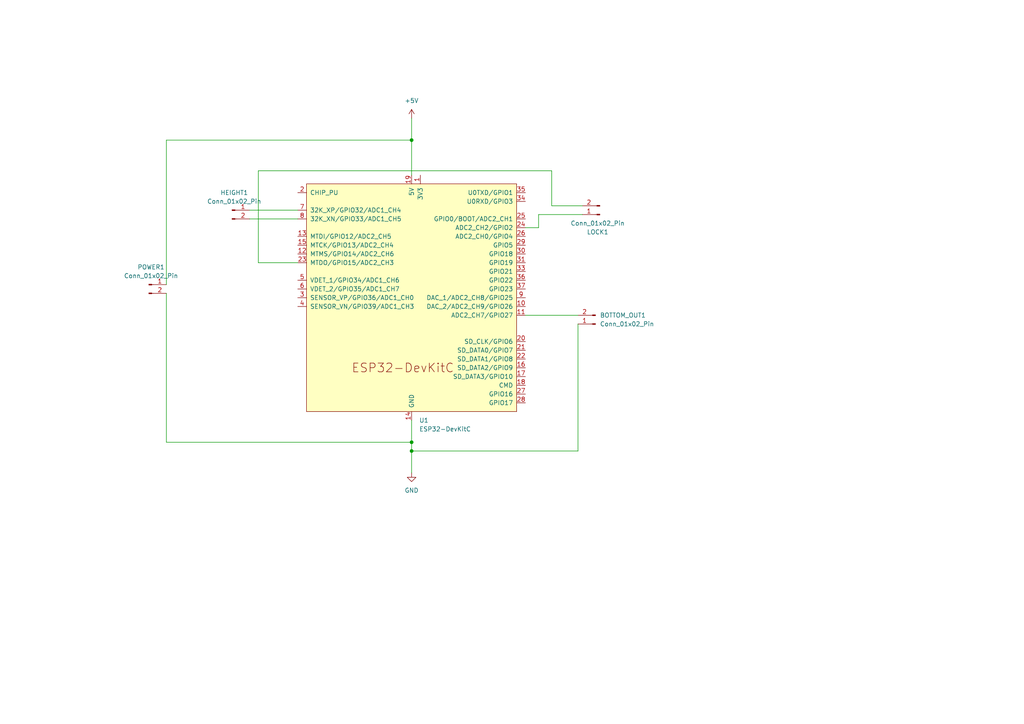
<source format=kicad_sch>
(kicad_sch (version 20230121) (generator eeschema)
  (paper "A4")
  (lib_symbols
    (symbol "Connector:Conn_01x02_Pin" (pin_names (offset 1.016) hide)
      (property "Reference" "J" (at 0 2.54 0))
      (property "Value" "Conn_01x02_Pin" (at 0 -5.08 0))
      (symbol "Conn_01x02_Pin_1_1"
        (polyline (pts (xy 1.27 -2.54) (xy 0.8636 -2.54)) (stroke (width 0.1524)))
        (polyline (pts (xy 1.27 0) (xy 0.8636 0)) (stroke (width 0.1524)))
        (rectangle (start 0.8636 -2.413) (end 0 -2.667) (stroke (width 0.1524)) (fill (type outline)))
        (rectangle (start 0.8636 0.127) (end 0 -0.127) (stroke (width 0.1524)) (fill (type outline)))
        (pin passive line (at 5.08 0 180) (length 3.81) (name "Pin_1") (number "1"))
        (pin passive line (at 5.08 -2.54 180) (length 3.81) (name "Pin_2") (number "2"))
      )
    )
    (symbol "PCM_Espressif:ESP32-DevKitC" (pin_names (offset 1.016))
      (property "Reference" "U" (at -30.48 38.1 0))
      (property "Value" "ESP32-DevKitC" (at -30.48 35.56 0))
      (symbol "ESP32-DevKitC_0_0"
        (text "ESP32-DevKitC" (at -2.54 -20.32 0) (effects (font (size 2.54 2.54))))
        (pin power_in line (at 0 -35.56 90) (length 2.54) (name "GND") (number "14"))
        (pin power_in line (at 0 35.56 270) (length 2.54) (name "5V") (number "19"))
      )
      (symbol "ESP32-DevKitC_0_1"
        (rectangle (start -30.48 33.02) (end 30.48 -33.02) (fill (type background)))
      )
      (symbol "ESP32-DevKitC_1_1"
        (pin power_in line (at 2.54 35.56 270) (length 2.54) (name "3V3") (number "1"))
        (pin bidirectional line (at 33.02 -2.54 180) (length 2.54) (name "DAC_2/ADC2_CH9/GPIO26") (number "10"))
        (pin bidirectional line (at 33.02 -5.08 180) (length 2.54) (name "ADC2_CH7/GPIO27") (number "11"))
        (pin bidirectional line (at -33.02 12.7 0) (length 2.54) (name "MTMS/GPIO14/ADC2_CH6") (number "12"))
        (pin bidirectional line (at -33.02 17.78 0) (length 2.54) (name "MTDI/GPIO12/ADC2_CH5") (number "13"))
        (pin bidirectional line (at -33.02 15.24 0) (length 2.54) (name "MTCK/GPIO13/ADC2_CH4") (number "15"))
        (pin bidirectional line (at 33.02 -20.32 180) (length 2.54) (name "SD_DATA2/GPIO9") (number "16"))
        (pin bidirectional line (at 33.02 -22.86 180) (length 2.54) (name "SD_DATA3/GPIO10") (number "17"))
        (pin bidirectional line (at 33.02 -25.4 180) (length 2.54) (name "CMD") (number "18"))
        (pin input line (at -33.02 30.48 0) (length 2.54) (name "CHIP_PU") (number "2"))
        (pin bidirectional line (at 33.02 -12.7 180) (length 2.54) (name "SD_CLK/GPIO6") (number "20"))
        (pin bidirectional line (at 33.02 -15.24 180) (length 2.54) (name "SD_DATA0/GPIO7") (number "21"))
        (pin bidirectional line (at 33.02 -17.78 180) (length 2.54) (name "SD_DATA1/GPIO8") (number "22"))
        (pin bidirectional line (at -33.02 10.16 0) (length 2.54) (name "MTDO/GPIO15/ADC2_CH3") (number "23"))
        (pin bidirectional line (at 33.02 20.32 180) (length 2.54) (name "ADC2_CH2/GPIO2") (number "24"))
        (pin bidirectional line (at 33.02 22.86 180) (length 2.54) (name "GPIO0/BOOT/ADC2_CH1") (number "25"))
        (pin bidirectional line (at 33.02 17.78 180) (length 2.54) (name "ADC2_CH0/GPIO4") (number "26"))
        (pin bidirectional line (at 33.02 -27.94 180) (length 2.54) (name "GPIO16") (number "27"))
        (pin bidirectional line (at 33.02 -30.48 180) (length 2.54) (name "GPIO17") (number "28"))
        (pin bidirectional line (at 33.02 15.24 180) (length 2.54) (name "GPIO5") (number "29"))
        (pin input line (at -33.02 0 0) (length 2.54) (name "SENSOR_VP/GPIO36/ADC1_CH0") (number "3"))
        (pin bidirectional line (at 33.02 12.7 180) (length 2.54) (name "GPIO18") (number "30"))
        (pin bidirectional line (at 33.02 10.16 180) (length 2.54) (name "GPIO19") (number "31"))
        (pin passive line (at 0 -35.56 90) (length 2.54) hide (name "GND") (number "32"))
        (pin bidirectional line (at 33.02 7.62 180) (length 2.54) (name "GPIO21") (number "33"))
        (pin bidirectional line (at 33.02 27.94 180) (length 2.54) (name "U0RXD/GPIO3") (number "34"))
        (pin bidirectional line (at 33.02 30.48 180) (length 2.54) (name "U0TXD/GPIO1") (number "35"))
        (pin bidirectional line (at 33.02 5.08 180) (length 2.54) (name "GPIO22") (number "36"))
        (pin bidirectional line (at 33.02 2.54 180) (length 2.54) (name "GPIO23") (number "37"))
        (pin passive line (at 0 -35.56 90) (length 2.54) hide (name "GND") (number "38"))
        (pin input line (at -33.02 -2.54 0) (length 2.54) (name "SENSOR_VN/GPIO39/ADC1_CH3") (number "4"))
        (pin input line (at -33.02 5.08 0) (length 2.54) (name "VDET_1/GPIO34/ADC1_CH6") (number "5"))
        (pin input line (at -33.02 2.54 0) (length 2.54) (name "VDET_2/GPIO35/ADC1_CH7") (number "6"))
        (pin bidirectional line (at -33.02 25.4 0) (length 2.54) (name "32K_XP/GPIO32/ADC1_CH4") (number "7"))
        (pin bidirectional line (at -33.02 22.86 0) (length 2.54) (name "32K_XN/GPIO33/ADC1_CH5") (number "8"))
        (pin bidirectional line (at 33.02 0 180) (length 2.54) (name "DAC_1/ADC2_CH8/GPIO25") (number "9"))
      )
    )
    (symbol "power:+5V" (power) (pin_names (offset 0))
      (property "Value" "+5V" (at 0 3.556 0))
      (symbol "+5V_0_1"
        (polyline (pts (xy -0.762 1.27) (xy 0 2.54)))
        (polyline (pts (xy 0 0) (xy 0 2.54)))
        (polyline (pts (xy 0 2.54) (xy 0.762 1.27)))
      )
      (symbol "+5V_1_1"
        (pin power_in line (at 0 0 90) (length 0) hide (name "+5V") (number "1"))
      )
    )
    (symbol "power:GND" (power) (pin_names (offset 0))
      (property "Value" "GND" (at 0 -3.81 0))
      (symbol "GND_0_1"
        (polyline (pts (xy 0 0) (xy 0 -1.27) (xy 1.27 -1.27) (xy 0 -2.54) (xy -1.27 -1.27) (xy 0 -1.27)))
      )
      (symbol "GND_1_1"
        (pin power_in line (at 0 0 270) (length 0) hide (name "GND") (number "1"))
      )
    )
  )
  (junction (at 119.38 40.64))
  (junction (at 119.38 130.81))
  (junction (at 119.38 128.27))
  (wire (pts (xy 48.26 85.09) (xy 48.26 128.27)))
  (wire (pts (xy 119.38 128.27) (xy 119.38 130.81)))
  (wire (pts (xy 160.02 49.53) (xy 74.93 49.53)))
  (wire (pts (xy 156.21 62.23) (xy 156.21 66.04)))
  (wire (pts (xy 156.21 66.04) (xy 152.4 66.04)))
  (wire (pts (xy 160.02 59.69) (xy 168.91 59.69)))
  (wire (pts (xy 48.26 82.55) (xy 48.26 40.64)))
  (wire (pts (xy 167.64 130.81) (xy 119.38 130.81)))
  (wire (pts (xy 48.26 128.27) (xy 119.38 128.27)))
  (wire (pts (xy 74.93 76.2) (xy 86.36 76.2)))
  (wire (pts (xy 168.91 62.23) (xy 156.21 62.23)))
  (wire (pts (xy 74.93 49.53) (xy 74.93 76.2)))
  (wire (pts (xy 152.4 91.44) (xy 167.64 91.44)))
  (wire (pts (xy 119.38 121.92) (xy 119.38 128.27)))
  (wire (pts (xy 119.38 130.81) (xy 119.38 137.16)))
  (wire (pts (xy 48.26 40.64) (xy 119.38 40.64)))
  (wire (pts (xy 167.64 93.98) (xy 167.64 130.81)))
  (wire (pts (xy 72.39 63.5) (xy 86.36 63.5)))
  (wire (pts (xy 119.38 40.64) (xy 119.38 50.8)))
  (wire (pts (xy 72.39 60.96) (xy 86.36 60.96)))
  (wire (pts (xy 119.38 34.29) (xy 119.38 40.64)))
  (wire (pts (xy 160.02 59.69) (xy 160.02 49.53)))
  (symbol (lib_id "power:GND") (at 119.38 137.16 0) (unit 1)
    (property "Reference" "#PWR02" (effects hide))
    (property "Value" "GND" (at 119.38 142.24 0))
  )
  (symbol (lib_id "Connector:Conn_01x02_Pin") (at 43.18 82.55 0) (unit 1)
    (property "Reference" "POWER1" (at 43.815 77.47 0))
    (property "Value" "Conn_01x02_Pin" (at 43.815 80.01 0))
    (property "Footprint" "Connector_JST:JST_XH_B2B-XH-A_1x02_P2.50mm_Vertical" (effects hide))
  )
  (symbol (lib_id "Connector:Conn_01x02_Pin") (at 173.99 62.23 180) (unit 1)
    (property "Reference" "LOCK1" (at 173.355 67.31 0))
    (property "Value" "Conn_01x02_Pin" (at 173.355 64.77 0))
    (property "Footprint" "Connector_JST:JST_XH_B2B-XH-A_1x02_P2.50mm_Vertical" (effects hide))
  )
  (symbol (lib_id "PCM_Espressif:ESP32-DevKitC") (at 119.38 86.36 0) (unit 1)
    (property "Reference" "U1" (at 121.5741 121.92 0) (effects (justify left)))
    (property "Value" "ESP32-DevKitC" (at 121.5741 124.46 0) (effects (justify left)))
    (property "Footprint" "PCM_Espressif:ESP32-DevKitC" (effects hide))
    (property "Datasheet" "https://docs.espressif.com/projects/esp-idf/zh_CN/latest/esp32/hw-reference/esp32/get-started-devkitc.html" (effects hide))
  )
  (symbol (lib_id "Connector:Conn_01x02_Pin") (at 172.72 93.98 180) (unit 1)
    (property "Reference" "BOTTOM_OUT1" (at 173.99 91.44 0) (effects (justify right)))
    (property "Value" "Conn_01x02_Pin" (at 173.99 93.98 0) (effects (justify right)))
    (property "Footprint" "Connector_JST:JST_XH_B2B-XH-A_1x02_P2.50mm_Vertical" (effects hide))
  )
  (symbol (lib_id "Connector:Conn_01x02_Pin") (at 67.31 60.96 0) (unit 1)
    (property "Reference" "HEIGHT1" (at 67.945 55.88 0))
    (property "Value" "Conn_01x02_Pin" (at 67.945 58.42 0))
    (property "Footprint" "Connector_JST:JST_XH_B2B-XH-A_1x02_P2.50mm_Vertical" (effects hide))
  )
  (symbol (lib_id "power:+5V") (at 119.38 34.29 0) (unit 1)
    (property "Reference" "#PWR01" (effects hide))
    (property "Value" "+5V" (at 119.38 29.21 0))
  )
)
</source>
